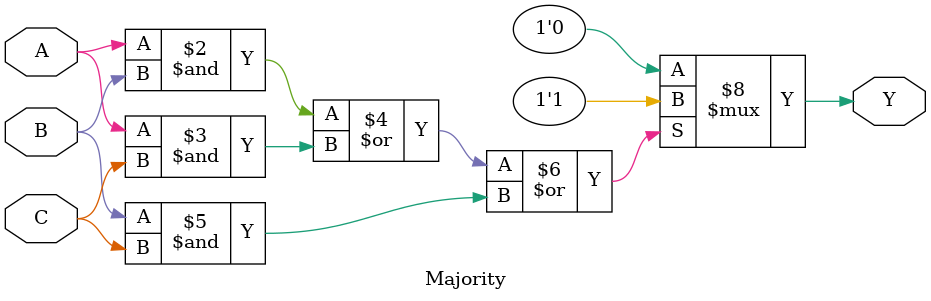
<source format=v>
module Majority (A, B, C, Y);
   input  A, B, C;
   output Y;
   reg Y;

   always @(*) begin
      if ((A & B) | (A & C) | (B & C))
         Y = 1'b1;
      else
         Y = 1'b0;
   end
endmodule
</source>
